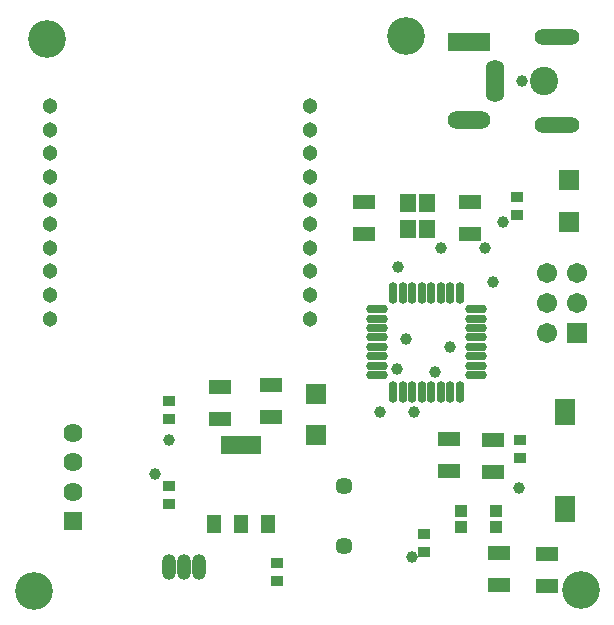
<source format=gts>
G04*
G04 #@! TF.GenerationSoftware,Altium Limited,Altium Designer,20.2.3 (150)*
G04*
G04 Layer_Color=8388736*
%FSLAX25Y25*%
%MOIN*%
G70*
G04*
G04 #@! TF.SameCoordinates,2D8D508D-747A-419C-BB13-FC6C21BFBE3A*
G04*
G04*
G04 #@! TF.FilePolarity,Negative*
G04*
G01*
G75*
%ADD28R,0.06706X0.08674*%
%ADD29R,0.04343X0.03950*%
%ADD30R,0.07493X0.05131*%
%ADD31R,0.04343X0.03556*%
%ADD32R,0.06706X0.06706*%
%ADD33O,0.07296X0.02965*%
%ADD34O,0.02965X0.07296*%
%ADD35R,0.05328X0.06312*%
%ADD36R,0.04540X0.05918*%
%ADD37R,0.13595X0.05918*%
%ADD38C,0.06375*%
%ADD39R,0.06375X0.06375*%
%ADD40C,0.12611*%
%ADD41R,0.14173X0.06299*%
G04:AMPARAMS|DCode=42|XSize=62.99mil|YSize=141.73mil|CornerRadius=31.5mil|HoleSize=0mil|Usage=FLASHONLY|Rotation=270.000|XOffset=0mil|YOffset=0mil|HoleType=Round|Shape=RoundedRectangle|*
%AMROUNDEDRECTD42*
21,1,0.06299,0.07874,0,0,270.0*
21,1,0.00000,0.14173,0,0,270.0*
1,1,0.06299,-0.03937,0.00000*
1,1,0.06299,-0.03937,0.00000*
1,1,0.06299,0.03937,0.00000*
1,1,0.06299,0.03937,0.00000*
%
%ADD42ROUNDEDRECTD42*%
G04:AMPARAMS|DCode=43|XSize=141.73mil|YSize=62.99mil|CornerRadius=31.5mil|HoleSize=0mil|Usage=FLASHONLY|Rotation=270.000|XOffset=0mil|YOffset=0mil|HoleType=Round|Shape=RoundedRectangle|*
%AMROUNDEDRECTD43*
21,1,0.14173,0.00000,0,0,270.0*
21,1,0.07874,0.06299,0,0,270.0*
1,1,0.06299,0.00000,-0.03937*
1,1,0.06299,0.00000,0.03937*
1,1,0.06299,0.00000,0.03937*
1,1,0.06299,0.00000,-0.03937*
%
%ADD43ROUNDEDRECTD43*%
%ADD44C,0.09449*%
G04:AMPARAMS|DCode=45|XSize=55.12mil|YSize=149.61mil|CornerRadius=27.56mil|HoleSize=0mil|Usage=FLASHONLY|Rotation=270.000|XOffset=0mil|YOffset=0mil|HoleType=Round|Shape=RoundedRectangle|*
%AMROUNDEDRECTD45*
21,1,0.05512,0.09449,0,0,270.0*
21,1,0.00000,0.14961,0,0,270.0*
1,1,0.05512,-0.04724,0.00000*
1,1,0.05512,-0.04724,0.00000*
1,1,0.05512,0.04724,0.00000*
1,1,0.05512,0.04724,0.00000*
%
%ADD45ROUNDEDRECTD45*%
%ADD46C,0.05131*%
%ADD47O,0.04737X0.08674*%
%ADD48O,0.04737X0.08674*%
%ADD49C,0.06706*%
%ADD50C,0.05721*%
%ADD51C,0.03950*%
D28*
X184000Y34358D02*
D03*
Y66642D02*
D03*
D29*
X149500Y33756D02*
D03*
Y28244D02*
D03*
X161000Y33756D02*
D03*
Y28244D02*
D03*
D30*
X145500Y57815D02*
D03*
Y47185D02*
D03*
X162000Y19815D02*
D03*
Y9185D02*
D03*
X178000Y8870D02*
D03*
Y19500D02*
D03*
X160000Y57315D02*
D03*
Y46685D02*
D03*
X152500Y136815D02*
D03*
Y126185D02*
D03*
X117000Y136815D02*
D03*
Y126185D02*
D03*
X86000Y75815D02*
D03*
Y65185D02*
D03*
X69000Y75000D02*
D03*
Y64370D02*
D03*
D31*
X169000Y51547D02*
D03*
Y57453D02*
D03*
X137000Y20047D02*
D03*
Y25953D02*
D03*
X88000Y10547D02*
D03*
Y16453D02*
D03*
X52000Y36047D02*
D03*
Y41953D02*
D03*
Y64547D02*
D03*
Y70453D02*
D03*
X168000Y132547D02*
D03*
Y138453D02*
D03*
D32*
X185500Y130220D02*
D03*
Y144000D02*
D03*
X101000Y59110D02*
D03*
Y72890D02*
D03*
X188000Y93000D02*
D03*
D33*
X121465Y101024D02*
D03*
Y97874D02*
D03*
Y94724D02*
D03*
Y91575D02*
D03*
Y88425D02*
D03*
Y85276D02*
D03*
Y82126D02*
D03*
Y78976D02*
D03*
X154535D02*
D03*
Y82126D02*
D03*
Y85276D02*
D03*
Y88425D02*
D03*
Y91575D02*
D03*
Y94724D02*
D03*
Y97874D02*
D03*
Y101024D02*
D03*
D34*
X126976Y73465D02*
D03*
X130126D02*
D03*
X133276D02*
D03*
X136425D02*
D03*
X139575D02*
D03*
X142724D02*
D03*
X145874D02*
D03*
X149024D02*
D03*
Y106535D02*
D03*
X145874D02*
D03*
X142724D02*
D03*
X139575D02*
D03*
X136425D02*
D03*
X133276D02*
D03*
X130126D02*
D03*
X126976D02*
D03*
D35*
X138150Y127669D02*
D03*
Y136331D02*
D03*
X131850D02*
D03*
Y127669D02*
D03*
D36*
X66984Y29311D02*
D03*
X76000D02*
D03*
X85016D02*
D03*
D37*
X76000Y55689D02*
D03*
D38*
X20000Y59843D02*
D03*
Y50000D02*
D03*
Y40158D02*
D03*
D39*
Y30315D02*
D03*
D40*
X131000Y192000D02*
D03*
X189500Y7500D02*
D03*
X7000Y7000D02*
D03*
X11500Y191000D02*
D03*
D41*
X152197Y189992D02*
D03*
D42*
Y164008D02*
D03*
D43*
X160858Y177000D02*
D03*
D44*
X177000D02*
D03*
D45*
X181331Y191567D02*
D03*
Y162433D02*
D03*
D46*
X12386Y168744D02*
D03*
Y160870D02*
D03*
Y152996D02*
D03*
Y145122D02*
D03*
Y137248D02*
D03*
Y129374D02*
D03*
Y121500D02*
D03*
Y113626D02*
D03*
Y105752D02*
D03*
Y97878D02*
D03*
X99000D02*
D03*
Y105752D02*
D03*
Y113626D02*
D03*
Y121500D02*
D03*
Y129374D02*
D03*
Y137248D02*
D03*
Y145122D02*
D03*
Y152996D02*
D03*
Y160870D02*
D03*
Y168744D02*
D03*
D47*
X62000Y15000D02*
D03*
X52000D02*
D03*
D48*
X57000D02*
D03*
D49*
X178000Y93000D02*
D03*
X188000Y103000D02*
D03*
X178000D02*
D03*
X188000Y113000D02*
D03*
X178000D02*
D03*
D50*
X110500Y22000D02*
D03*
Y42000D02*
D03*
D51*
X140700Y80000D02*
D03*
X131000Y91000D02*
D03*
X47500Y46059D02*
D03*
X52000Y57513D02*
D03*
X128200Y81100D02*
D03*
X169700Y177000D02*
D03*
X160000Y110000D02*
D03*
X133800Y66700D02*
D03*
X163500Y130200D02*
D03*
X133121Y18368D02*
D03*
X128600Y115200D02*
D03*
X142900Y121424D02*
D03*
X145800Y88400D02*
D03*
X122400Y66700D02*
D03*
X157400Y121500D02*
D03*
X168900Y41400D02*
D03*
M02*

</source>
